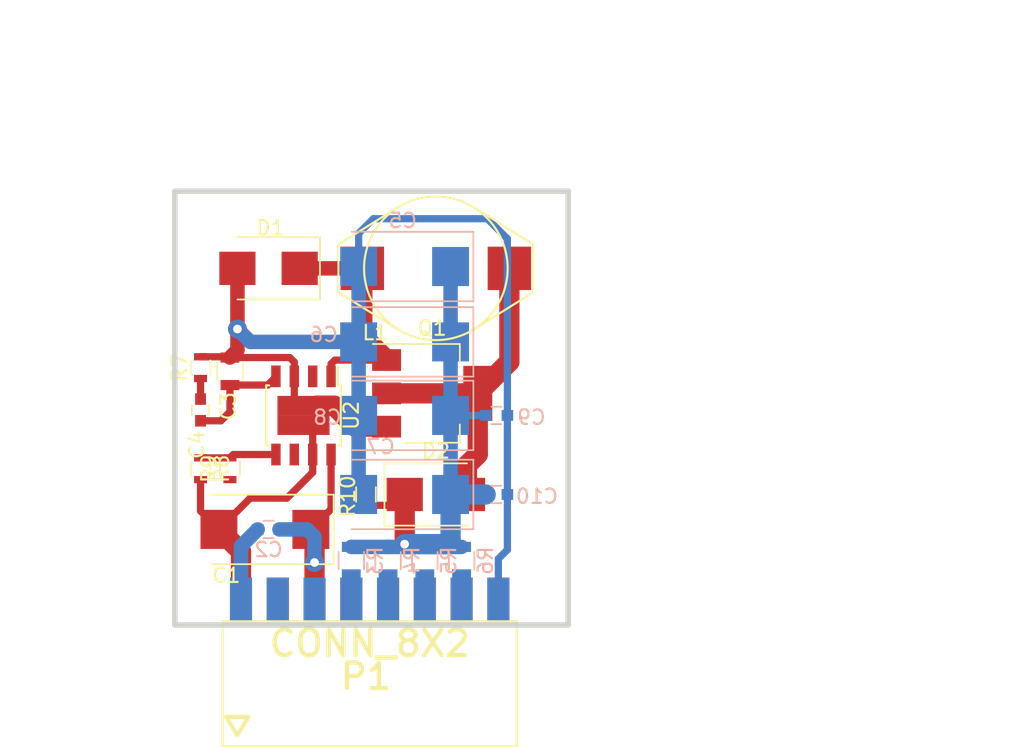
<source format=kicad_pcb>
(kicad_pcb (version 4) (host pcbnew 4.0.6)

  (general
    (links 57)
    (no_connects 1)
    (area 140.779499 86.423499 168.338501 116.776501)
    (thickness 1.6002)
    (drawings 14)
    (tracks 100)
    (zones 0)
    (modules 24)
    (nets 18)
  )

  (page A4)
  (title_block
    (title "Power Module")
    (date 2017-10-01)
    (rev "V 0.20")
    (company F4DEB)
  )

  (layers
    (0 Composant signal)
    (31 Cuivre signal)
    (32 B.Adhes user)
    (33 F.Adhes user)
    (34 B.Paste user)
    (35 F.Paste user)
    (36 B.SilkS user)
    (37 F.SilkS user)
    (38 B.Mask user)
    (39 F.Mask user)
    (40 Dwgs.User user)
    (41 Cmts.User user)
    (42 Eco1.User user)
    (43 Eco2.User user)
    (44 Edge.Cuts user)
  )

  (setup
    (last_trace_width 0.5)
    (user_trace_width 0.29972)
    (user_trace_width 0.35052)
    (user_trace_width 0.39878)
    (user_trace_width 0.5)
    (user_trace_width 1.00076)
    (user_trace_width 1.4)
    (user_trace_width 1.99898)
    (user_trace_width 2.99974)
    (trace_clearance 0.20066)
    (zone_clearance 1)
    (zone_45_only no)
    (trace_min 0.2032)
    (segment_width 0.381)
    (edge_width 0.381)
    (via_size 1.30048)
    (via_drill 0.59944)
    (via_min_size 0.889)
    (via_min_drill 0.508)
    (user_via 1.30048 0.59944)
    (uvia_size 0.508)
    (uvia_drill 0.127)
    (uvias_allowed no)
    (uvia_min_size 0.508)
    (uvia_min_drill 0.127)
    (pcb_text_width 0.3048)
    (pcb_text_size 1.524 2.032)
    (mod_edge_width 0.381)
    (mod_text_size 1.524 1.524)
    (mod_text_width 0.3048)
    (pad_size 1.35 1.8)
    (pad_drill 0)
    (pad_to_mask_clearance 0.254)
    (aux_axis_origin 0 0)
    (visible_elements 7FFEFFFF)
    (pcbplotparams
      (layerselection 0x01030_80000001)
      (usegerberextensions false)
      (excludeedgelayer true)
      (linewidth 0.150000)
      (plotframeref true)
      (viasonmask false)
      (mode 1)
      (useauxorigin false)
      (hpglpennumber 1)
      (hpglpenspeed 20)
      (hpglpendiameter 15)
      (hpglpenoverlay 0)
      (psnegative false)
      (psa4output false)
      (plotreference true)
      (plotvalue true)
      (plotinvisibletext false)
      (padsonsilk false)
      (subtractmaskfromsilk false)
      (outputformat 5)
      (mirror false)
      (drillshape 0)
      (scaleselection 1)
      (outputdirectory ""))
  )

  (net 0 "")
  (net 1 GND)
  (net 2 +3V3)
  (net 3 +5VA)
  (net 4 +BATT)
  (net 5 +12V)
  (net 6 +5V)
  (net 7 /RA)
  (net 8 /RD)
  (net 9 "Net-(C3-Pad1)")
  (net 10 "Net-(C4-Pad2)")
  (net 11 "Net-(C10-Pad1)")
  (net 12 "Net-(D1-Pad1)")
  (net 13 "Net-(D2-Pad2)")
  (net 14 "Net-(R8-Pad1)")
  (net 15 "Net-(R10-Pad2)")
  (net 16 "Net-(U2-Pad2)")
  (net 17 "Net-(U2-Pad6)")

  (net_class Default "Ceci est la Netclass par défaut"
    (clearance 0.20066)
    (trace_width 0.2032)
    (via_dia 1.30048)
    (via_drill 0.59944)
    (uvia_dia 0.508)
    (uvia_drill 0.127)
    (add_net +12V)
    (add_net +3V3)
    (add_net +5V)
    (add_net +5VA)
    (add_net +BATT)
    (add_net /RA)
    (add_net /RD)
    (add_net GND)
    (add_net "Net-(C10-Pad1)")
    (add_net "Net-(C3-Pad1)")
    (add_net "Net-(C4-Pad2)")
    (add_net "Net-(D1-Pad1)")
    (add_net "Net-(D2-Pad2)")
    (add_net "Net-(R10-Pad2)")
    (add_net "Net-(R8-Pad1)")
    (add_net "Net-(U2-Pad2)")
    (add_net "Net-(U2-Pad6)")
  )

  (module Capacitors_Tantalum_SMD:CP_Tantalum_Case-D_EIA-7343-31_Reflow (layer Cuivre) (tedit 5A036643) (tstamp 5A020E51)
    (at 156.845 107.569 180)
    (descr "Tantalum capacitor, Case D, EIA 7343-31, 7.3x4.3x2.8mm, Reflow soldering footprint")
    (tags "capacitor tantalum smd")
    (path /5A0123DC)
    (attr smd)
    (fp_text reference C7 (at 1.651 3.302 180) (layer B.SilkS)
      (effects (font (size 1 1) (thickness 0.15)) (justify mirror))
    )
    (fp_text value 22µ/35V (at 0 -3.9 180) (layer B.Fab)
      (effects (font (size 1 1) (thickness 0.15)) (justify mirror))
    )
    (fp_text user %R (at 0 0 180) (layer B.Fab)
      (effects (font (size 1 1) (thickness 0.15)) (justify mirror))
    )
    (fp_line (start -4.85 2.5) (end -4.85 -2.5) (layer B.CrtYd) (width 0.05))
    (fp_line (start -4.85 -2.5) (end 4.85 -2.5) (layer B.CrtYd) (width 0.05))
    (fp_line (start 4.85 -2.5) (end 4.85 2.5) (layer B.CrtYd) (width 0.05))
    (fp_line (start 4.85 2.5) (end -4.85 2.5) (layer B.CrtYd) (width 0.05))
    (fp_line (start -3.65 2.15) (end -3.65 -2.15) (layer B.Fab) (width 0.1))
    (fp_line (start -3.65 -2.15) (end 3.65 -2.15) (layer B.Fab) (width 0.1))
    (fp_line (start 3.65 -2.15) (end 3.65 2.15) (layer B.Fab) (width 0.1))
    (fp_line (start 3.65 2.15) (end -3.65 2.15) (layer B.Fab) (width 0.1))
    (fp_line (start -2.92 2.15) (end -2.92 -2.15) (layer B.Fab) (width 0.1))
    (fp_line (start -2.555 2.15) (end -2.555 -2.15) (layer B.Fab) (width 0.1))
    (fp_line (start -4.75 2.4) (end 3.65 2.4) (layer B.SilkS) (width 0.12))
    (fp_line (start -4.75 -2.4) (end 3.65 -2.4) (layer B.SilkS) (width 0.12))
    (fp_line (start -4.75 2.4) (end -4.75 -2.4) (layer B.SilkS) (width 0.12))
    (pad 1 smd rect (at -3.175 0 180) (size 2.55 2.7) (layers Cuivre B.Paste B.Mask)
      (net 11 "Net-(C10-Pad1)"))
    (pad 2 smd rect (at 3.175 0 180) (size 2.55 2.7) (layers Cuivre B.Paste B.Mask)
      (net 1 GND))
    (model Capacitors_Tantalum_SMD.3dshapes/CP_Tantalum_Case-D_EIA-7343-31.wrl
      (at (xyz 0 0 0))
      (scale (xyz 1 1 1))
      (rotate (xyz 0 0 0))
    )
  )

  (module TO_SOT_Packages_SMD:SOT-223 (layer Composant) (tedit 5A319F1C) (tstamp 5A020EC5)
    (at 158.75 100.584)
    (descr "module CMS SOT223 4 pins")
    (tags "CMS SOT")
    (path /5A010E65)
    (attr smd)
    (fp_text reference Q1 (at 0 -4.5) (layer F.SilkS)
      (effects (font (size 1 1) (thickness 0.15)))
    )
    (fp_text value IRLL3303 (at 0 4.5) (layer F.Fab)
      (effects (font (size 1 1) (thickness 0.15)))
    )
    (fp_text user %R (at 0 0 90) (layer F.Fab)
      (effects (font (size 0.8 0.8) (thickness 0.12)))
    )
    (fp_line (start -1.85 -2.3) (end -0.8 -3.35) (layer F.Fab) (width 0.1))
    (fp_line (start 1.91 3.41) (end 1.91 2.15) (layer F.SilkS) (width 0.12))
    (fp_line (start 1.91 -3.41) (end 1.91 -2.15) (layer F.SilkS) (width 0.12))
    (fp_line (start 4.4 -3.6) (end -4.4 -3.6) (layer F.CrtYd) (width 0.05))
    (fp_line (start 4.4 3.6) (end 4.4 -3.6) (layer F.CrtYd) (width 0.05))
    (fp_line (start -4.4 3.6) (end 4.4 3.6) (layer F.CrtYd) (width 0.05))
    (fp_line (start -4.4 -3.6) (end -4.4 3.6) (layer F.CrtYd) (width 0.05))
    (fp_line (start -1.85 -2.3) (end -1.85 3.35) (layer F.Fab) (width 0.1))
    (fp_line (start -1.85 3.41) (end 1.91 3.41) (layer F.SilkS) (width 0.12))
    (fp_line (start -0.8 -3.35) (end 1.85 -3.35) (layer F.Fab) (width 0.1))
    (fp_line (start -4.1 -3.41) (end 1.91 -3.41) (layer F.SilkS) (width 0.12))
    (fp_line (start -1.85 3.35) (end 1.85 3.35) (layer F.Fab) (width 0.1))
    (fp_line (start 1.85 -3.35) (end 1.85 3.35) (layer F.Fab) (width 0.1))
    (pad 4 smd rect (at 3.15 0) (size 2 3.8) (layers Composant F.Paste F.Mask)
      (net 13 "Net-(D2-Pad2)"))
    (pad 2 smd rect (at -3.15 0) (size 2 1.5) (layers Composant F.Paste F.Mask)
      (net 13 "Net-(D2-Pad2)"))
    (pad 3 smd rect (at -3.15 2.3) (size 2 1.5) (layers Composant F.Paste F.Mask)
      (net 1 GND))
    (pad 1 smd rect (at -3.15 -2.3) (size 2 1.5) (layers Composant F.Paste F.Mask)
      (net 12 "Net-(D1-Pad1)"))
    (model ${KISYS3DMOD}/TO_SOT_Packages_SMD.3dshapes/SOT-223.wrl
      (at (xyz 0 0 0))
      (scale (xyz 0.4 0.4 0.4))
      (rotate (xyz 0 0 90))
    )
  )

  (module f4deb-mod-library:HE10-16-F-2 (layer Composant) (tedit 59D14F67) (tstamp 59D172B0)
    (at 163.322 114.808 180)
    (descr "CONNECTEUR FEMELLE 2.54MM COUDE 16 VOIES")
    (tags "CONN HE10")
    (path /59C9573E)
    (fp_text reference P1 (at 9.144 -5.334 180) (layer F.SilkS)
      (effects (font (size 1.778 1.778) (thickness 0.3048)))
    )
    (fp_text value CONN_8X2 (at 8.89 -3.048 180) (layer F.SilkS)
      (effects (font (size 1.778 1.778) (thickness 0.3048)))
    )
    (fp_line (start -1.27 -1.524) (end -1.27 -10.16) (layer F.SilkS) (width 0.15))
    (fp_line (start -1.27 -10.16) (end 19.05 -10.16) (layer F.SilkS) (width 0.15))
    (fp_line (start 19.05 -10.16) (end 19.05 -1.524) (layer F.SilkS) (width 0.15))
    (fp_line (start -1.27 -1.524) (end 19.05 -1.524) (layer F.SilkS) (width 0.15))
    (fp_line (start 18.034 -9.398) (end 18.796 -8.128) (layer F.SilkS) (width 0.3048))
    (fp_line (start 18.796 -8.128) (end 17.272 -8.128) (layer F.SilkS) (width 0.3048))
    (fp_line (start 17.272 -8.128) (end 18.034 -9.398) (layer F.SilkS) (width 0.3048))
    (pad 1 smd rect (at 17.78 0 180) (size 1.524 3) (layers Composant F.Paste F.Mask)
      (net 1 GND))
    (pad 3 smd rect (at 15.24 0 180) (size 1.524 3) (layers Composant F.Paste F.Mask)
      (net 7 /RA))
    (pad 5 smd rect (at 12.7 0 180) (size 1.524 3) (layers Composant F.Paste F.Mask)
      (net 4 +BATT))
    (pad 9 smd rect (at 7.62 0 180) (size 1.524 3) (layers Composant F.Paste F.Mask)
      (net 3 +5VA))
    (pad 11 smd rect (at 5.08 0 180) (size 1.524 3) (layers Composant F.Paste F.Mask)
      (net 6 +5V))
    (pad 7 smd rect (at 10.16 0 180) (size 1.524 3) (layers Composant F.Paste F.Mask)
      (net 5 +12V))
    (pad 13 smd rect (at 2.54 0 180) (size 1.524 3) (layers Composant F.Paste F.Mask)
      (net 2 +3V3))
    (pad 15 smd rect (at 0 0 180) (size 1.524 3) (layers Composant F.Paste F.Mask)
      (net 1 GND))
    (pad 16 smd rect (at 0 0 180) (size 1.524 3) (layers Cuivre F.Paste F.Mask)
      (net 1 GND))
    (pad 14 smd rect (at 2.54 0 180) (size 1.524 3) (layers Cuivre F.Paste F.Mask)
      (net 2 +3V3))
    (pad 12 smd rect (at 5.08 0 180) (size 1.524 3) (layers Cuivre F.Paste F.Mask)
      (net 6 +5V))
    (pad 10 smd rect (at 7.62 0 180) (size 1.524 3) (layers Cuivre F.Paste F.Mask)
      (net 3 +5VA))
    (pad 8 smd rect (at 10.16 0 180) (size 1.524 3) (layers Cuivre F.Paste F.Mask)
      (net 5 +12V))
    (pad 6 smd rect (at 12.7 0 180) (size 1.524 3) (layers Cuivre F.Paste F.Mask)
      (net 4 +BATT))
    (pad 4 smd rect (at 15.24 0 180) (size 1.524 3) (layers Cuivre F.Paste F.Mask)
      (net 8 /RD))
    (pad 2 smd rect (at 17.78 0 180) (size 1.524 3) (layers Cuivre F.Paste F.Mask)
      (net 1 GND))
    (model pin_strip/pin_socket_8x2.wrl
      (at (xyz 0.35 0.05 -0.05))
      (scale (xyz 1 1 1))
      (rotate (xyz 90 0 0))
    )
  )

  (module Capacitors_Tantalum_SMD:CP_Tantalum_Case-D_EIA-7343-31_Reflow (layer Composant) (tedit 5A0366C3) (tstamp 5A020DE2)
    (at 147.193 109.982 180)
    (descr "Tantalum capacitor, Case D, EIA 7343-31, 7.3x4.3x2.8mm, Reflow soldering footprint")
    (tags "capacitor tantalum smd")
    (path /5A0102AB)
    (attr smd)
    (fp_text reference C1 (at 2.667 -3.175 180) (layer F.SilkS)
      (effects (font (size 1 1) (thickness 0.15)))
    )
    (fp_text value 47µ/16V (at 0 3.9 180) (layer F.Fab)
      (effects (font (size 1 1) (thickness 0.15)))
    )
    (fp_text user %R (at 0 0 180) (layer F.Fab)
      (effects (font (size 1 1) (thickness 0.15)))
    )
    (fp_line (start -4.85 -2.5) (end -4.85 2.5) (layer F.CrtYd) (width 0.05))
    (fp_line (start -4.85 2.5) (end 4.85 2.5) (layer F.CrtYd) (width 0.05))
    (fp_line (start 4.85 2.5) (end 4.85 -2.5) (layer F.CrtYd) (width 0.05))
    (fp_line (start 4.85 -2.5) (end -4.85 -2.5) (layer F.CrtYd) (width 0.05))
    (fp_line (start -3.65 -2.15) (end -3.65 2.15) (layer F.Fab) (width 0.1))
    (fp_line (start -3.65 2.15) (end 3.65 2.15) (layer F.Fab) (width 0.1))
    (fp_line (start 3.65 2.15) (end 3.65 -2.15) (layer F.Fab) (width 0.1))
    (fp_line (start 3.65 -2.15) (end -3.65 -2.15) (layer F.Fab) (width 0.1))
    (fp_line (start -2.92 -2.15) (end -2.92 2.15) (layer F.Fab) (width 0.1))
    (fp_line (start -2.555 -2.15) (end -2.555 2.15) (layer F.Fab) (width 0.1))
    (fp_line (start -4.75 -2.4) (end 3.65 -2.4) (layer F.SilkS) (width 0.12))
    (fp_line (start -4.75 2.4) (end 3.65 2.4) (layer F.SilkS) (width 0.12))
    (fp_line (start -4.75 -2.4) (end -4.75 2.4) (layer F.SilkS) (width 0.12))
    (pad 1 smd rect (at -3.175 0 180) (size 2.55 2.7) (layers Composant F.Paste F.Mask)
      (net 4 +BATT))
    (pad 2 smd rect (at 3.175 0 180) (size 2.55 2.7) (layers Composant F.Paste F.Mask)
      (net 1 GND))
    (model Capacitors_Tantalum_SMD.3dshapes/CP_Tantalum_Case-D_EIA-7343-31.wrl
      (at (xyz 0 0 0))
      (scale (xyz 1 1 1))
      (rotate (xyz 0 0 0))
    )
  )

  (module Capacitors_SMD:C_0603 (layer Cuivre) (tedit 5A0366BA) (tstamp 5A020DF3)
    (at 147.447 109.982 180)
    (descr "Capacitor SMD 0603, reflow soldering, AVX (see smccp.pdf)")
    (tags "capacitor 0603")
    (path /5A010392)
    (attr smd)
    (fp_text reference C2 (at 0 -1.397 180) (layer B.SilkS)
      (effects (font (size 1 1) (thickness 0.15)) (justify mirror))
    )
    (fp_text value 47n (at 0 -1.5 180) (layer B.Fab)
      (effects (font (size 1 1) (thickness 0.15)) (justify mirror))
    )
    (fp_line (start 1.4 -0.65) (end -1.4 -0.65) (layer B.CrtYd) (width 0.05))
    (fp_line (start 1.4 -0.65) (end 1.4 0.65) (layer B.CrtYd) (width 0.05))
    (fp_line (start -1.4 0.65) (end -1.4 -0.65) (layer B.CrtYd) (width 0.05))
    (fp_line (start -1.4 0.65) (end 1.4 0.65) (layer B.CrtYd) (width 0.05))
    (fp_line (start 0.35 -0.6) (end -0.35 -0.6) (layer B.SilkS) (width 0.12))
    (fp_line (start -0.35 0.6) (end 0.35 0.6) (layer B.SilkS) (width 0.12))
    (fp_line (start -0.8 0.4) (end 0.8 0.4) (layer B.Fab) (width 0.1))
    (fp_line (start 0.8 0.4) (end 0.8 -0.4) (layer B.Fab) (width 0.1))
    (fp_line (start 0.8 -0.4) (end -0.8 -0.4) (layer B.Fab) (width 0.1))
    (fp_line (start -0.8 -0.4) (end -0.8 0.4) (layer B.Fab) (width 0.1))
    (fp_text user %R (at 0 0 180) (layer B.Fab)
      (effects (font (size 0.3 0.3) (thickness 0.075)) (justify mirror))
    )
    (pad 2 smd rect (at 0.75 0 180) (size 0.8 0.75) (layers Cuivre B.Paste B.Mask)
      (net 1 GND))
    (pad 1 smd rect (at -0.75 0 180) (size 0.8 0.75) (layers Cuivre B.Paste B.Mask)
      (net 4 +BATT))
    (model Capacitors_SMD.3dshapes/C_0603.wrl
      (at (xyz 0 0 0))
      (scale (xyz 1 1 1))
      (rotate (xyz 0 0 0))
    )
  )

  (module Capacitors_SMD:C_0603 (layer Composant) (tedit 5A0366FE) (tstamp 5A020E15)
    (at 142.748 101.727 90)
    (descr "Capacitor SMD 0603, reflow soldering, AVX (see smccp.pdf)")
    (tags "capacitor 0603")
    (path /5A0104D1)
    (attr smd)
    (fp_text reference C4 (at -2.413 -0.254 90) (layer F.SilkS)
      (effects (font (size 1 1) (thickness 0.15)))
    )
    (fp_text value 22n (at 0 1.5 90) (layer F.Fab)
      (effects (font (size 1 1) (thickness 0.15)))
    )
    (fp_line (start 1.4 0.65) (end -1.4 0.65) (layer F.CrtYd) (width 0.05))
    (fp_line (start 1.4 0.65) (end 1.4 -0.65) (layer F.CrtYd) (width 0.05))
    (fp_line (start -1.4 -0.65) (end -1.4 0.65) (layer F.CrtYd) (width 0.05))
    (fp_line (start -1.4 -0.65) (end 1.4 -0.65) (layer F.CrtYd) (width 0.05))
    (fp_line (start 0.35 0.6) (end -0.35 0.6) (layer F.SilkS) (width 0.12))
    (fp_line (start -0.35 -0.6) (end 0.35 -0.6) (layer F.SilkS) (width 0.12))
    (fp_line (start -0.8 -0.4) (end 0.8 -0.4) (layer F.Fab) (width 0.1))
    (fp_line (start 0.8 -0.4) (end 0.8 0.4) (layer F.Fab) (width 0.1))
    (fp_line (start 0.8 0.4) (end -0.8 0.4) (layer F.Fab) (width 0.1))
    (fp_line (start -0.8 0.4) (end -0.8 -0.4) (layer F.Fab) (width 0.1))
    (fp_text user %R (at 0 0 90) (layer F.Fab)
      (effects (font (size 0.3 0.3) (thickness 0.075)))
    )
    (pad 2 smd rect (at 0.75 0 90) (size 0.8 0.75) (layers Composant F.Paste F.Mask)
      (net 10 "Net-(C4-Pad2)"))
    (pad 1 smd rect (at -0.75 0 90) (size 0.8 0.75) (layers Composant F.Paste F.Mask)
      (net 9 "Net-(C3-Pad1)"))
    (model Capacitors_SMD.3dshapes/C_0603.wrl
      (at (xyz 0 0 0))
      (scale (xyz 1 1 1))
      (rotate (xyz 0 0 0))
    )
  )

  (module Capacitors_Tantalum_SMD:CP_Tantalum_Case-D_EIA-7343-31_Reflow (layer Cuivre) (tedit 5A061548) (tstamp 5A020E29)
    (at 156.845 91.821 180)
    (descr "Tantalum capacitor, Case D, EIA 7343-31, 7.3x4.3x2.8mm, Reflow soldering footprint")
    (tags "capacitor tantalum smd")
    (path /5A01141F)
    (attr smd)
    (fp_text reference C5 (at 0.127 3.175 180) (layer B.SilkS)
      (effects (font (size 1 1) (thickness 0.15)) (justify mirror))
    )
    (fp_text value 100µ/16V (at 0 -3.9 180) (layer B.Fab)
      (effects (font (size 1 1) (thickness 0.15)) (justify mirror))
    )
    (fp_text user %R (at 0 0 180) (layer B.Fab)
      (effects (font (size 1 1) (thickness 0.15)) (justify mirror))
    )
    (fp_line (start -4.85 2.5) (end -4.85 -2.5) (layer B.CrtYd) (width 0.05))
    (fp_line (start -4.85 -2.5) (end 4.85 -2.5) (layer B.CrtYd) (width 0.05))
    (fp_line (start 4.85 -2.5) (end 4.85 2.5) (layer B.CrtYd) (width 0.05))
    (fp_line (start 4.85 2.5) (end -4.85 2.5) (layer B.CrtYd) (width 0.05))
    (fp_line (start -3.65 2.15) (end -3.65 -2.15) (layer B.Fab) (width 0.1))
    (fp_line (start -3.65 -2.15) (end 3.65 -2.15) (layer B.Fab) (width 0.1))
    (fp_line (start 3.65 -2.15) (end 3.65 2.15) (layer B.Fab) (width 0.1))
    (fp_line (start 3.65 2.15) (end -3.65 2.15) (layer B.Fab) (width 0.1))
    (fp_line (start -2.92 2.15) (end -2.92 -2.15) (layer B.Fab) (width 0.1))
    (fp_line (start -2.555 2.15) (end -2.555 -2.15) (layer B.Fab) (width 0.1))
    (fp_line (start -4.75 2.4) (end 3.65 2.4) (layer B.SilkS) (width 0.12))
    (fp_line (start -4.75 -2.4) (end 3.65 -2.4) (layer B.SilkS) (width 0.12))
    (fp_line (start -4.75 2.4) (end -4.75 -2.4) (layer B.SilkS) (width 0.12))
    (pad 1 smd rect (at -3.175 0 180) (size 2.55 2.7) (layers Cuivre B.Paste B.Mask)
      (net 11 "Net-(C10-Pad1)"))
    (pad 2 smd rect (at 3.175 0 180) (size 2.55 2.7) (layers Cuivre B.Paste B.Mask)
      (net 1 GND))
    (model Capacitors_Tantalum_SMD.3dshapes/CP_Tantalum_Case-D_EIA-7343-31.wrl
      (at (xyz 0 0 0))
      (scale (xyz 1 1 1))
      (rotate (xyz 0 0 0))
    )
  )

  (module Capacitors_Tantalum_SMD:CP_Tantalum_Case-D_EIA-7343-31_Reflow (layer Cuivre) (tedit 5A061569) (tstamp 5A020E3D)
    (at 156.845 97.028 180)
    (descr "Tantalum capacitor, Case D, EIA 7343-31, 7.3x4.3x2.8mm, Reflow soldering footprint")
    (tags "capacitor tantalum smd")
    (path /5A01224A)
    (attr smd)
    (fp_text reference C6 (at 5.588 0.508 180) (layer B.SilkS)
      (effects (font (size 1 1) (thickness 0.15)) (justify mirror))
    )
    (fp_text value 22µ/35V (at 0 -3.9 180) (layer B.Fab)
      (effects (font (size 1 1) (thickness 0.15)) (justify mirror))
    )
    (fp_text user %R (at 0 0 180) (layer B.Fab)
      (effects (font (size 1 1) (thickness 0.15)) (justify mirror))
    )
    (fp_line (start -4.85 2.5) (end -4.85 -2.5) (layer B.CrtYd) (width 0.05))
    (fp_line (start -4.85 -2.5) (end 4.85 -2.5) (layer B.CrtYd) (width 0.05))
    (fp_line (start 4.85 -2.5) (end 4.85 2.5) (layer B.CrtYd) (width 0.05))
    (fp_line (start 4.85 2.5) (end -4.85 2.5) (layer B.CrtYd) (width 0.05))
    (fp_line (start -3.65 2.15) (end -3.65 -2.15) (layer B.Fab) (width 0.1))
    (fp_line (start -3.65 -2.15) (end 3.65 -2.15) (layer B.Fab) (width 0.1))
    (fp_line (start 3.65 -2.15) (end 3.65 2.15) (layer B.Fab) (width 0.1))
    (fp_line (start 3.65 2.15) (end -3.65 2.15) (layer B.Fab) (width 0.1))
    (fp_line (start -2.92 2.15) (end -2.92 -2.15) (layer B.Fab) (width 0.1))
    (fp_line (start -2.555 2.15) (end -2.555 -2.15) (layer B.Fab) (width 0.1))
    (fp_line (start -4.75 2.4) (end 3.65 2.4) (layer B.SilkS) (width 0.12))
    (fp_line (start -4.75 -2.4) (end 3.65 -2.4) (layer B.SilkS) (width 0.12))
    (fp_line (start -4.75 2.4) (end -4.75 -2.4) (layer B.SilkS) (width 0.12))
    (pad 1 smd rect (at -3.175 0 180) (size 2.55 2.7) (layers Cuivre B.Paste B.Mask)
      (net 11 "Net-(C10-Pad1)"))
    (pad 2 smd rect (at 3.175 0 180) (size 2.55 2.7) (layers Cuivre B.Paste B.Mask)
      (net 1 GND))
    (model Capacitors_Tantalum_SMD.3dshapes/CP_Tantalum_Case-D_EIA-7343-31.wrl
      (at (xyz 0 0 0))
      (scale (xyz 1 1 1))
      (rotate (xyz 0 0 0))
    )
  )

  (module Capacitors_Tantalum_SMD:CP_Tantalum_Case-D_EIA-7343-31_Reflow (layer Cuivre) (tedit 5A061561) (tstamp 5A020E65)
    (at 156.845 102.108 180)
    (descr "Tantalum capacitor, Case D, EIA 7343-31, 7.3x4.3x2.8mm, Reflow soldering footprint")
    (tags "capacitor tantalum smd")
    (path /5A0125A7)
    (attr smd)
    (fp_text reference C8 (at 5.334 -0.127 180) (layer B.SilkS)
      (effects (font (size 1 1) (thickness 0.15)) (justify mirror))
    )
    (fp_text value 22µ/35V (at 0 -3.9 180) (layer B.Fab)
      (effects (font (size 1 1) (thickness 0.15)) (justify mirror))
    )
    (fp_text user %R (at 0 0 180) (layer B.Fab)
      (effects (font (size 1 1) (thickness 0.15)) (justify mirror))
    )
    (fp_line (start -4.85 2.5) (end -4.85 -2.5) (layer B.CrtYd) (width 0.05))
    (fp_line (start -4.85 -2.5) (end 4.85 -2.5) (layer B.CrtYd) (width 0.05))
    (fp_line (start 4.85 -2.5) (end 4.85 2.5) (layer B.CrtYd) (width 0.05))
    (fp_line (start 4.85 2.5) (end -4.85 2.5) (layer B.CrtYd) (width 0.05))
    (fp_line (start -3.65 2.15) (end -3.65 -2.15) (layer B.Fab) (width 0.1))
    (fp_line (start -3.65 -2.15) (end 3.65 -2.15) (layer B.Fab) (width 0.1))
    (fp_line (start 3.65 -2.15) (end 3.65 2.15) (layer B.Fab) (width 0.1))
    (fp_line (start 3.65 2.15) (end -3.65 2.15) (layer B.Fab) (width 0.1))
    (fp_line (start -2.92 2.15) (end -2.92 -2.15) (layer B.Fab) (width 0.1))
    (fp_line (start -2.555 2.15) (end -2.555 -2.15) (layer B.Fab) (width 0.1))
    (fp_line (start -4.75 2.4) (end 3.65 2.4) (layer B.SilkS) (width 0.12))
    (fp_line (start -4.75 -2.4) (end 3.65 -2.4) (layer B.SilkS) (width 0.12))
    (fp_line (start -4.75 2.4) (end -4.75 -2.4) (layer B.SilkS) (width 0.12))
    (pad 1 smd rect (at -3.175 0 180) (size 2.55 2.7) (layers Cuivre B.Paste B.Mask)
      (net 11 "Net-(C10-Pad1)"))
    (pad 2 smd rect (at 3.175 0 180) (size 2.55 2.7) (layers Cuivre B.Paste B.Mask)
      (net 1 GND))
    (model Capacitors_Tantalum_SMD.3dshapes/CP_Tantalum_Case-D_EIA-7343-31.wrl
      (at (xyz 0 0 0))
      (scale (xyz 1 1 1))
      (rotate (xyz 0 0 0))
    )
  )

  (module Capacitors_SMD:C_0603 (layer Cuivre) (tedit 5A03664A) (tstamp 5A020E76)
    (at 163.195 102.108)
    (descr "Capacitor SMD 0603, reflow soldering, AVX (see smccp.pdf)")
    (tags "capacitor 0603")
    (path /5A01247C)
    (attr smd)
    (fp_text reference C9 (at 2.413 0.127) (layer B.SilkS)
      (effects (font (size 1 1) (thickness 0.15)) (justify mirror))
    )
    (fp_text value 100n (at 0 -1.5) (layer B.Fab)
      (effects (font (size 1 1) (thickness 0.15)) (justify mirror))
    )
    (fp_line (start 1.4 -0.65) (end -1.4 -0.65) (layer B.CrtYd) (width 0.05))
    (fp_line (start 1.4 -0.65) (end 1.4 0.65) (layer B.CrtYd) (width 0.05))
    (fp_line (start -1.4 0.65) (end -1.4 -0.65) (layer B.CrtYd) (width 0.05))
    (fp_line (start -1.4 0.65) (end 1.4 0.65) (layer B.CrtYd) (width 0.05))
    (fp_line (start 0.35 -0.6) (end -0.35 -0.6) (layer B.SilkS) (width 0.12))
    (fp_line (start -0.35 0.6) (end 0.35 0.6) (layer B.SilkS) (width 0.12))
    (fp_line (start -0.8 0.4) (end 0.8 0.4) (layer B.Fab) (width 0.1))
    (fp_line (start 0.8 0.4) (end 0.8 -0.4) (layer B.Fab) (width 0.1))
    (fp_line (start 0.8 -0.4) (end -0.8 -0.4) (layer B.Fab) (width 0.1))
    (fp_line (start -0.8 -0.4) (end -0.8 0.4) (layer B.Fab) (width 0.1))
    (fp_text user %R (at 0 0) (layer B.Fab)
      (effects (font (size 0.3 0.3) (thickness 0.075)) (justify mirror))
    )
    (pad 2 smd rect (at 0.75 0) (size 0.8 0.75) (layers Cuivre B.Paste B.Mask)
      (net 1 GND))
    (pad 1 smd rect (at -0.75 0) (size 0.8 0.75) (layers Cuivre B.Paste B.Mask)
      (net 11 "Net-(C10-Pad1)"))
    (model Capacitors_SMD.3dshapes/C_0603.wrl
      (at (xyz 0 0 0))
      (scale (xyz 1 1 1))
      (rotate (xyz 0 0 0))
    )
  )

  (module Capacitors_SMD:C_0603 (layer Cuivre) (tedit 5A03665E) (tstamp 5A020E87)
    (at 163.195 107.569)
    (descr "Capacitor SMD 0603, reflow soldering, AVX (see smccp.pdf)")
    (tags "capacitor 0603")
    (path /5A012423)
    (attr smd)
    (fp_text reference C10 (at 2.794 0.127) (layer B.SilkS)
      (effects (font (size 1 1) (thickness 0.15)) (justify mirror))
    )
    (fp_text value 100n (at 0 -1.5) (layer B.Fab)
      (effects (font (size 1 1) (thickness 0.15)) (justify mirror))
    )
    (fp_line (start 1.4 -0.65) (end -1.4 -0.65) (layer B.CrtYd) (width 0.05))
    (fp_line (start 1.4 -0.65) (end 1.4 0.65) (layer B.CrtYd) (width 0.05))
    (fp_line (start -1.4 0.65) (end -1.4 -0.65) (layer B.CrtYd) (width 0.05))
    (fp_line (start -1.4 0.65) (end 1.4 0.65) (layer B.CrtYd) (width 0.05))
    (fp_line (start 0.35 -0.6) (end -0.35 -0.6) (layer B.SilkS) (width 0.12))
    (fp_line (start -0.35 0.6) (end 0.35 0.6) (layer B.SilkS) (width 0.12))
    (fp_line (start -0.8 0.4) (end 0.8 0.4) (layer B.Fab) (width 0.1))
    (fp_line (start 0.8 0.4) (end 0.8 -0.4) (layer B.Fab) (width 0.1))
    (fp_line (start 0.8 -0.4) (end -0.8 -0.4) (layer B.Fab) (width 0.1))
    (fp_line (start -0.8 -0.4) (end -0.8 0.4) (layer B.Fab) (width 0.1))
    (fp_text user %R (at 0 0) (layer B.Fab)
      (effects (font (size 0.3 0.3) (thickness 0.075)) (justify mirror))
    )
    (pad 2 smd rect (at 0.75 0) (size 0.8 0.75) (layers Cuivre B.Paste B.Mask)
      (net 1 GND))
    (pad 1 smd rect (at -0.75 0) (size 0.8 0.75) (layers Cuivre B.Paste B.Mask)
      (net 11 "Net-(C10-Pad1)"))
    (model Capacitors_SMD.3dshapes/C_0603.wrl
      (at (xyz 0 0 0))
      (scale (xyz 1 1 1))
      (rotate (xyz 0 0 0))
    )
  )

  (module Diodes_SMD:D_SMB (layer Composant) (tedit 5A0366AF) (tstamp 5A020E9F)
    (at 147.447 91.948 180)
    (descr "Diode SMB (DO-214AA)")
    (tags "Diode SMB (DO-214AA)")
    (path /5A010D7C)
    (attr smd)
    (fp_text reference D1 (at -0.127 2.794 180) (layer F.SilkS)
      (effects (font (size 1 1) (thickness 0.15)))
    )
    (fp_text value MBRS130LT3G (at 0 3.1 180) (layer F.Fab)
      (effects (font (size 1 1) (thickness 0.15)))
    )
    (fp_text user %R (at 0 -3 180) (layer F.Fab)
      (effects (font (size 1 1) (thickness 0.15)))
    )
    (fp_line (start -3.55 -2.15) (end -3.55 2.15) (layer F.SilkS) (width 0.12))
    (fp_line (start 2.3 2) (end -2.3 2) (layer F.Fab) (width 0.1))
    (fp_line (start -2.3 2) (end -2.3 -2) (layer F.Fab) (width 0.1))
    (fp_line (start 2.3 -2) (end 2.3 2) (layer F.Fab) (width 0.1))
    (fp_line (start 2.3 -2) (end -2.3 -2) (layer F.Fab) (width 0.1))
    (fp_line (start -3.65 -2.25) (end 3.65 -2.25) (layer F.CrtYd) (width 0.05))
    (fp_line (start 3.65 -2.25) (end 3.65 2.25) (layer F.CrtYd) (width 0.05))
    (fp_line (start 3.65 2.25) (end -3.65 2.25) (layer F.CrtYd) (width 0.05))
    (fp_line (start -3.65 2.25) (end -3.65 -2.25) (layer F.CrtYd) (width 0.05))
    (fp_line (start -0.64944 0.00102) (end -1.55114 0.00102) (layer F.Fab) (width 0.1))
    (fp_line (start 0.50118 0.00102) (end 1.4994 0.00102) (layer F.Fab) (width 0.1))
    (fp_line (start -0.64944 -0.79908) (end -0.64944 0.80112) (layer F.Fab) (width 0.1))
    (fp_line (start 0.50118 0.75032) (end 0.50118 -0.79908) (layer F.Fab) (width 0.1))
    (fp_line (start -0.64944 0.00102) (end 0.50118 0.75032) (layer F.Fab) (width 0.1))
    (fp_line (start -0.64944 0.00102) (end 0.50118 -0.79908) (layer F.Fab) (width 0.1))
    (fp_line (start -3.55 2.15) (end 2.15 2.15) (layer F.SilkS) (width 0.12))
    (fp_line (start -3.55 -2.15) (end 2.15 -2.15) (layer F.SilkS) (width 0.12))
    (pad 1 smd rect (at -2.15 0 180) (size 2.5 2.3) (layers Composant F.Paste F.Mask)
      (net 12 "Net-(D1-Pad1)"))
    (pad 2 smd rect (at 2.15 0 180) (size 2.5 2.3) (layers Composant F.Paste F.Mask)
      (net 1 GND))
    (model ${KISYS3DMOD}/Diodes_SMD.3dshapes/D_SMB.wrl
      (at (xyz 0 0 0))
      (scale (xyz 1 1 1))
      (rotate (xyz 0 0 0))
    )
  )

  (module Diodes_SMD:D_SMB (layer Composant) (tedit 58645DF3) (tstamp 5A020EB7)
    (at 159.004 107.569)
    (descr "Diode SMB (DO-214AA)")
    (tags "Diode SMB (DO-214AA)")
    (path /5A010D37)
    (attr smd)
    (fp_text reference D2 (at 0 -3) (layer F.SilkS)
      (effects (font (size 1 1) (thickness 0.15)))
    )
    (fp_text value MBRS130LT3G (at 0 3.1) (layer F.Fab)
      (effects (font (size 1 1) (thickness 0.15)))
    )
    (fp_text user %R (at 0 -3) (layer F.Fab)
      (effects (font (size 1 1) (thickness 0.15)))
    )
    (fp_line (start -3.55 -2.15) (end -3.55 2.15) (layer F.SilkS) (width 0.12))
    (fp_line (start 2.3 2) (end -2.3 2) (layer F.Fab) (width 0.1))
    (fp_line (start -2.3 2) (end -2.3 -2) (layer F.Fab) (width 0.1))
    (fp_line (start 2.3 -2) (end 2.3 2) (layer F.Fab) (width 0.1))
    (fp_line (start 2.3 -2) (end -2.3 -2) (layer F.Fab) (width 0.1))
    (fp_line (start -3.65 -2.25) (end 3.65 -2.25) (layer F.CrtYd) (width 0.05))
    (fp_line (start 3.65 -2.25) (end 3.65 2.25) (layer F.CrtYd) (width 0.05))
    (fp_line (start 3.65 2.25) (end -3.65 2.25) (layer F.CrtYd) (width 0.05))
    (fp_line (start -3.65 2.25) (end -3.65 -2.25) (layer F.CrtYd) (width 0.05))
    (fp_line (start -0.64944 0.00102) (end -1.55114 0.00102) (layer F.Fab) (width 0.1))
    (fp_line (start 0.50118 0.00102) (end 1.4994 0.00102) (layer F.Fab) (width 0.1))
    (fp_line (start -0.64944 -0.79908) (end -0.64944 0.80112) (layer F.Fab) (width 0.1))
    (fp_line (start 0.50118 0.75032) (end 0.50118 -0.79908) (layer F.Fab) (width 0.1))
    (fp_line (start -0.64944 0.00102) (end 0.50118 0.75032) (layer F.Fab) (width 0.1))
    (fp_line (start -0.64944 0.00102) (end 0.50118 -0.79908) (layer F.Fab) (width 0.1))
    (fp_line (start -3.55 2.15) (end 2.15 2.15) (layer F.SilkS) (width 0.12))
    (fp_line (start -3.55 -2.15) (end 2.15 -2.15) (layer F.SilkS) (width 0.12))
    (pad 1 smd rect (at -2.15 0) (size 2.5 2.3) (layers Composant F.Paste F.Mask)
      (net 11 "Net-(C10-Pad1)"))
    (pad 2 smd rect (at 2.15 0) (size 2.5 2.3) (layers Composant F.Paste F.Mask)
      (net 13 "Net-(D2-Pad2)"))
    (model ${KISYS3DMOD}/Diodes_SMD.3dshapes/D_SMB.wrl
      (at (xyz 0 0 0))
      (scale (xyz 1 1 1))
      (rotate (xyz 0 0 0))
    )
  )

  (module Inductors:self_cms_we-pd3 (layer Composant) (tedit 5A0366B4) (tstamp 5A020EBD)
    (at 159.004 91.948)
    (path /5A010DCB)
    (attr smd)
    (fp_text reference L1 (at -4.191 4.445) (layer F.SilkS)
      (effects (font (size 1 1) (thickness 0.15)))
    )
    (fp_text value INDUCTOR (at 0.39878 2.30124) (layer F.Fab)
      (effects (font (size 1 1) (thickness 0.15)))
    )
    (fp_circle (center 0 0) (end 0.254 -4.953) (layer F.SilkS) (width 0.15))
    (fp_line (start 6.731 1.651) (end 2.667 4.191) (layer F.SilkS) (width 0.15))
    (fp_line (start 6.731 -1.651) (end 2.667 -4.191) (layer F.SilkS) (width 0.15))
    (fp_line (start 6.731 -1.651) (end 6.731 1.651) (layer F.SilkS) (width 0.15))
    (fp_line (start -6.731 1.651) (end -2.667 4.191) (layer F.SilkS) (width 0.15))
    (fp_line (start -6.731 -1.651) (end -6.731 1.651) (layer F.SilkS) (width 0.15))
    (fp_line (start -6.731 -1.651) (end -2.667 -4.191) (layer F.SilkS) (width 0.15))
    (pad 1 smd rect (at -5.08 0) (size 2.99974 2.99974) (layers Composant F.Paste F.Mask)
      (net 12 "Net-(D1-Pad1)"))
    (pad 2 smd rect (at 5.08 0) (size 2.99974 2.99974) (layers Composant F.Paste F.Mask)
      (net 13 "Net-(D2-Pad2)"))
    (model Inductors.3dshapes/self_cms_we-pd3.wrl
      (at (xyz 0 0 0))
      (scale (xyz 1 1 1))
      (rotate (xyz 0 0 0))
    )
  )

  (module Resistors_SMD:R_0603 (layer Composant) (tedit 58E0A804) (tstamp 5A020ED6)
    (at 142.748 98.806 90)
    (descr "Resistor SMD 0603, reflow soldering, Vishay (see dcrcw.pdf)")
    (tags "resistor 0603")
    (path /5A010504)
    (attr smd)
    (fp_text reference R7 (at 0 -1.45 90) (layer F.SilkS)
      (effects (font (size 1 1) (thickness 0.15)))
    )
    (fp_text value 4.7k (at 0 1.5 90) (layer F.Fab)
      (effects (font (size 1 1) (thickness 0.15)))
    )
    (fp_text user %R (at 0 0 90) (layer F.Fab)
      (effects (font (size 0.4 0.4) (thickness 0.075)))
    )
    (fp_line (start -0.8 0.4) (end -0.8 -0.4) (layer F.Fab) (width 0.1))
    (fp_line (start 0.8 0.4) (end -0.8 0.4) (layer F.Fab) (width 0.1))
    (fp_line (start 0.8 -0.4) (end 0.8 0.4) (layer F.Fab) (width 0.1))
    (fp_line (start -0.8 -0.4) (end 0.8 -0.4) (layer F.Fab) (width 0.1))
    (fp_line (start 0.5 0.68) (end -0.5 0.68) (layer F.SilkS) (width 0.12))
    (fp_line (start -0.5 -0.68) (end 0.5 -0.68) (layer F.SilkS) (width 0.12))
    (fp_line (start -1.25 -0.7) (end 1.25 -0.7) (layer F.CrtYd) (width 0.05))
    (fp_line (start -1.25 -0.7) (end -1.25 0.7) (layer F.CrtYd) (width 0.05))
    (fp_line (start 1.25 0.7) (end 1.25 -0.7) (layer F.CrtYd) (width 0.05))
    (fp_line (start 1.25 0.7) (end -1.25 0.7) (layer F.CrtYd) (width 0.05))
    (pad 1 smd rect (at -0.75 0 90) (size 0.5 0.9) (layers Composant F.Paste F.Mask)
      (net 10 "Net-(C4-Pad2)"))
    (pad 2 smd rect (at 0.75 0 90) (size 0.5 0.9) (layers Composant F.Paste F.Mask)
      (net 1 GND))
    (model ${KISYS3DMOD}/Resistors_SMD.3dshapes/R_0603.wrl
      (at (xyz 0 0 0))
      (scale (xyz 1 1 1))
      (rotate (xyz 0 0 0))
    )
  )

  (module Resistors_SMD:R_0603 (layer Composant) (tedit 58E0A804) (tstamp 5A020EE7)
    (at 142.748 105.791 270)
    (descr "Resistor SMD 0603, reflow soldering, Vishay (see dcrcw.pdf)")
    (tags "resistor 0603")
    (path /5A0119C2)
    (attr smd)
    (fp_text reference R8 (at 0 -1.45 270) (layer F.SilkS)
      (effects (font (size 1 1) (thickness 0.15)))
    )
    (fp_text value R (at 0 1.5 270) (layer F.Fab)
      (effects (font (size 1 1) (thickness 0.15)))
    )
    (fp_text user %R (at 0 0 270) (layer F.Fab)
      (effects (font (size 0.4 0.4) (thickness 0.075)))
    )
    (fp_line (start -0.8 0.4) (end -0.8 -0.4) (layer F.Fab) (width 0.1))
    (fp_line (start 0.8 0.4) (end -0.8 0.4) (layer F.Fab) (width 0.1))
    (fp_line (start 0.8 -0.4) (end 0.8 0.4) (layer F.Fab) (width 0.1))
    (fp_line (start -0.8 -0.4) (end 0.8 -0.4) (layer F.Fab) (width 0.1))
    (fp_line (start 0.5 0.68) (end -0.5 0.68) (layer F.SilkS) (width 0.12))
    (fp_line (start -0.5 -0.68) (end 0.5 -0.68) (layer F.SilkS) (width 0.12))
    (fp_line (start -1.25 -0.7) (end 1.25 -0.7) (layer F.CrtYd) (width 0.05))
    (fp_line (start -1.25 -0.7) (end -1.25 0.7) (layer F.CrtYd) (width 0.05))
    (fp_line (start 1.25 0.7) (end 1.25 -0.7) (layer F.CrtYd) (width 0.05))
    (fp_line (start 1.25 0.7) (end -1.25 0.7) (layer F.CrtYd) (width 0.05))
    (pad 1 smd rect (at -0.75 0 270) (size 0.5 0.9) (layers Composant F.Paste F.Mask)
      (net 14 "Net-(R8-Pad1)"))
    (pad 2 smd rect (at 0.75 0 270) (size 0.5 0.9) (layers Composant F.Paste F.Mask)
      (net 1 GND))
    (model ${KISYS3DMOD}/Resistors_SMD.3dshapes/R_0603.wrl
      (at (xyz 0 0 0))
      (scale (xyz 1 1 1))
      (rotate (xyz 0 0 0))
    )
  )

  (module Resistors_SMD:R_0603 (layer Composant) (tedit 58E0A804) (tstamp 5A020EF8)
    (at 144.78 105.791 90)
    (descr "Resistor SMD 0603, reflow soldering, Vishay (see dcrcw.pdf)")
    (tags "resistor 0603")
    (path /5A01188F)
    (attr smd)
    (fp_text reference R9 (at 0 -1.45 90) (layer F.SilkS)
      (effects (font (size 1 1) (thickness 0.15)))
    )
    (fp_text value R (at 0 1.5 90) (layer F.Fab)
      (effects (font (size 1 1) (thickness 0.15)))
    )
    (fp_text user %R (at 0 0 90) (layer F.Fab)
      (effects (font (size 0.4 0.4) (thickness 0.075)))
    )
    (fp_line (start -0.8 0.4) (end -0.8 -0.4) (layer F.Fab) (width 0.1))
    (fp_line (start 0.8 0.4) (end -0.8 0.4) (layer F.Fab) (width 0.1))
    (fp_line (start 0.8 -0.4) (end 0.8 0.4) (layer F.Fab) (width 0.1))
    (fp_line (start -0.8 -0.4) (end 0.8 -0.4) (layer F.Fab) (width 0.1))
    (fp_line (start 0.5 0.68) (end -0.5 0.68) (layer F.SilkS) (width 0.12))
    (fp_line (start -0.5 -0.68) (end 0.5 -0.68) (layer F.SilkS) (width 0.12))
    (fp_line (start -1.25 -0.7) (end 1.25 -0.7) (layer F.CrtYd) (width 0.05))
    (fp_line (start -1.25 -0.7) (end -1.25 0.7) (layer F.CrtYd) (width 0.05))
    (fp_line (start 1.25 0.7) (end 1.25 -0.7) (layer F.CrtYd) (width 0.05))
    (fp_line (start 1.25 0.7) (end -1.25 0.7) (layer F.CrtYd) (width 0.05))
    (pad 1 smd rect (at -0.75 0 90) (size 0.5 0.9) (layers Composant F.Paste F.Mask)
      (net 15 "Net-(R10-Pad2)"))
    (pad 2 smd rect (at 0.75 0 90) (size 0.5 0.9) (layers Composant F.Paste F.Mask)
      (net 14 "Net-(R8-Pad1)"))
    (model ${KISYS3DMOD}/Resistors_SMD.3dshapes/R_0603.wrl
      (at (xyz 0 0 0))
      (scale (xyz 1 1 1))
      (rotate (xyz 0 0 0))
    )
  )

  (module Resistors_SMD:R_0603 (layer Composant) (tedit 5A0366D0) (tstamp 5A020F09)
    (at 154.178 107.569 90)
    (descr "Resistor SMD 0603, reflow soldering, Vishay (see dcrcw.pdf)")
    (tags "resistor 0603")
    (path /5A01194C)
    (attr smd)
    (fp_text reference R10 (at -0.127 -1.27 90) (layer F.SilkS)
      (effects (font (size 1 1) (thickness 0.15)))
    )
    (fp_text value R (at 0 1.5 90) (layer F.Fab)
      (effects (font (size 1 1) (thickness 0.15)))
    )
    (fp_text user %R (at 0 0 90) (layer F.Fab)
      (effects (font (size 0.4 0.4) (thickness 0.075)))
    )
    (fp_line (start -0.8 0.4) (end -0.8 -0.4) (layer F.Fab) (width 0.1))
    (fp_line (start 0.8 0.4) (end -0.8 0.4) (layer F.Fab) (width 0.1))
    (fp_line (start 0.8 -0.4) (end 0.8 0.4) (layer F.Fab) (width 0.1))
    (fp_line (start -0.8 -0.4) (end 0.8 -0.4) (layer F.Fab) (width 0.1))
    (fp_line (start 0.5 0.68) (end -0.5 0.68) (layer F.SilkS) (width 0.12))
    (fp_line (start -0.5 -0.68) (end 0.5 -0.68) (layer F.SilkS) (width 0.12))
    (fp_line (start -1.25 -0.7) (end 1.25 -0.7) (layer F.CrtYd) (width 0.05))
    (fp_line (start -1.25 -0.7) (end -1.25 0.7) (layer F.CrtYd) (width 0.05))
    (fp_line (start 1.25 0.7) (end 1.25 -0.7) (layer F.CrtYd) (width 0.05))
    (fp_line (start 1.25 0.7) (end -1.25 0.7) (layer F.CrtYd) (width 0.05))
    (pad 1 smd rect (at -0.75 0 90) (size 0.5 0.9) (layers Composant F.Paste F.Mask)
      (net 11 "Net-(C10-Pad1)"))
    (pad 2 smd rect (at 0.75 0 90) (size 0.5 0.9) (layers Composant F.Paste F.Mask)
      (net 15 "Net-(R10-Pad2)"))
    (model ${KISYS3DMOD}/Resistors_SMD.3dshapes/R_0603.wrl
      (at (xyz 0 0 0))
      (scale (xyz 1 1 1))
      (rotate (xyz 0 0 0))
    )
  )

  (module Housings_SOIC:Diodes_PSOP-8 (layer Composant) (tedit 5A31A050) (tstamp 5A020FF7)
    (at 149.86 102.108 270)
    (descr "8-Lead Plastic PSOP, Exposed Die Pad (see https://www.diodes.com/assets/Datasheets/AP2204.pdf)")
    (tags "SSOP 0.50 exposed pad")
    (path /5A0103C5)
    (attr smd)
    (fp_text reference U2 (at 0 -3.3 270) (layer F.SilkS)
      (effects (font (size 1 1) (thickness 0.15)))
    )
    (fp_text value L5973D (at 0 3.4 270) (layer F.Fab)
      (effects (font (size 1 1) (thickness 0.15)))
    )
    (fp_line (start -0.95 -2.45) (end 1.95 -2.45) (layer F.Fab) (width 0.15))
    (fp_line (start 1.95 -2.45) (end 1.95 2.45) (layer F.Fab) (width 0.15))
    (fp_line (start 1.95 2.45) (end -1.95 2.45) (layer F.Fab) (width 0.15))
    (fp_line (start -1.95 2.45) (end -1.95 -1.45) (layer F.Fab) (width 0.15))
    (fp_line (start -1.95 -1.45) (end -0.95 -2.45) (layer F.Fab) (width 0.15))
    (fp_line (start -3.7 -2.7) (end -3.7 2.7) (layer F.CrtYd) (width 0.05))
    (fp_line (start 3.7 -2.7) (end 3.7 2.7) (layer F.CrtYd) (width 0.05))
    (fp_line (start -3.7 -2.7) (end 3.7 -2.7) (layer F.CrtYd) (width 0.05))
    (fp_line (start -3.7 2.7) (end 3.7 2.7) (layer F.CrtYd) (width 0.05))
    (fp_line (start -2.075 -2.575) (end -2.075 -2.375) (layer F.SilkS) (width 0.15))
    (fp_line (start 2.075 -2.575) (end 2.075 -2.375) (layer F.SilkS) (width 0.15))
    (fp_line (start 2.075 2.575) (end 2.075 2.375) (layer F.SilkS) (width 0.15))
    (fp_line (start -2.075 2.575) (end -2.075 2.375) (layer F.SilkS) (width 0.15))
    (fp_line (start -2.075 -2.575) (end 2.075 -2.575) (layer F.SilkS) (width 0.15))
    (fp_line (start -2.075 2.575) (end 2.075 2.575) (layer F.SilkS) (width 0.15))
    (fp_line (start -2.075 -2.375) (end -3.375 -2.375) (layer F.SilkS) (width 0.15))
    (fp_text user %R (at 0 0 270) (layer F.Fab)
      (effects (font (size 1 1) (thickness 0.15)))
    )
    (pad 1 smd rect (at -2.7 -1.905 270) (size 1.5 0.65) (layers Composant F.Paste F.Mask)
      (net 12 "Net-(D1-Pad1)"))
    (pad 2 smd rect (at -2.7 -0.635 270) (size 1.5 0.65) (layers Composant F.Paste F.Mask)
      (net 16 "Net-(U2-Pad2)"))
    (pad 3 smd rect (at -2.7 0.635 270) (size 1.5 0.65) (layers Composant F.Paste F.Mask)
      (net 1 GND))
    (pad 4 smd rect (at -2.7 1.905 270) (size 1.5 0.65) (layers Composant F.Paste F.Mask)
      (net 9 "Net-(C3-Pad1)"))
    (pad 5 smd rect (at 2.7 1.905 270) (size 1.5 0.65) (layers Composant F.Paste F.Mask)
      (net 14 "Net-(R8-Pad1)"))
    (pad 6 smd rect (at 2.7 0.635 270) (size 1.5 0.65) (layers Composant F.Paste F.Mask)
      (net 17 "Net-(U2-Pad6)"))
    (pad 7 smd rect (at 2.7 -0.635 270) (size 1.5 0.65) (layers Composant F.Paste F.Mask)
      (net 1 GND))
    (pad 8 smd rect (at 2.7 -1.905 270) (size 1.5 0.65) (layers Composant F.Paste F.Mask)
      (net 4 +BATT))
    (pad 9 smd rect (at 0.675 0.9 270) (size 1.35 1.8) (layers Composant F.Paste F.Mask)
      (net 1 GND) (solder_paste_margin_ratio -0.2))
    (pad 9 smd rect (at 0.675 -0.9 270) (size 1.35 1.8) (layers Composant F.Paste F.Mask)
      (net 1 GND) (solder_paste_margin_ratio -0.2))
    (pad 9 smd rect (at -0.675 0.9 270) (size 1.35 1.8) (layers Composant F.Paste F.Mask)
      (net 1 GND) (solder_paste_margin_ratio -0.2))
    (pad 9 smd rect (at -0.675 -0.9 270) (size 1.35 1.8) (layers Composant F.Paste F.Mask)
      (net 1 GND) (solder_paste_margin_ratio -0.2))
    (model smd/smd_dil/so-8.wrl
      (at (xyz 0 0 0))
      (scale (xyz 1 1 1))
      (rotate (xyz 0 0 90))
    )
  )

  (module Resistors_SMD:R_0805 (layer Cuivre) (tedit 58E0A804) (tstamp 59C95175)
    (at 160.782 112.141 90)
    (descr "Resistor SMD 0805, reflow soldering, Vishay (see dcrcw.pdf)")
    (tags "resistor 0805")
    (path /59C95ADD)
    (attr smd)
    (fp_text reference R6 (at 0 1.65 90) (layer B.SilkS)
      (effects (font (size 1 1) (thickness 0.15)) (justify mirror))
    )
    (fp_text value 0 (at 0 -1.75 90) (layer B.Fab)
      (effects (font (size 1 1) (thickness 0.15)) (justify mirror))
    )
    (fp_text user %R (at 0 0 90) (layer B.Fab)
      (effects (font (size 0.5 0.5) (thickness 0.075)) (justify mirror))
    )
    (fp_line (start -1 -0.62) (end -1 0.62) (layer B.Fab) (width 0.1))
    (fp_line (start 1 -0.62) (end -1 -0.62) (layer B.Fab) (width 0.1))
    (fp_line (start 1 0.62) (end 1 -0.62) (layer B.Fab) (width 0.1))
    (fp_line (start -1 0.62) (end 1 0.62) (layer B.Fab) (width 0.1))
    (fp_line (start 0.6 -0.88) (end -0.6 -0.88) (layer B.SilkS) (width 0.12))
    (fp_line (start -0.6 0.88) (end 0.6 0.88) (layer B.SilkS) (width 0.12))
    (fp_line (start -1.55 0.9) (end 1.55 0.9) (layer B.CrtYd) (width 0.05))
    (fp_line (start -1.55 0.9) (end -1.55 -0.9) (layer B.CrtYd) (width 0.05))
    (fp_line (start 1.55 -0.9) (end 1.55 0.9) (layer B.CrtYd) (width 0.05))
    (fp_line (start 1.55 -0.9) (end -1.55 -0.9) (layer B.CrtYd) (width 0.05))
    (pad 1 smd rect (at -0.95 0 90) (size 0.7 1.3) (layers Cuivre B.Paste B.Mask)
      (net 2 +3V3))
    (pad 2 smd rect (at 0.95 0 90) (size 0.7 1.3) (layers Cuivre B.Paste B.Mask)
      (net 11 "Net-(C10-Pad1)"))
    (model ${KISYS3DMOD}/Resistors_SMD.3dshapes/R_0805.wrl
      (at (xyz 0 0 0))
      (scale (xyz 1 1 1))
      (rotate (xyz 0 0 0))
    )
  )

  (module Resistors_SMD:R_0805 (layer Cuivre) (tedit 58E0A804) (tstamp 59C95164)
    (at 158.242 112.141 90)
    (descr "Resistor SMD 0805, reflow soldering, Vishay (see dcrcw.pdf)")
    (tags "resistor 0805")
    (path /59C95ABA)
    (attr smd)
    (fp_text reference R5 (at 0 1.65 90) (layer B.SilkS)
      (effects (font (size 1 1) (thickness 0.15)) (justify mirror))
    )
    (fp_text value 0 (at 0 -1.75 90) (layer B.Fab)
      (effects (font (size 1 1) (thickness 0.15)) (justify mirror))
    )
    (fp_text user %R (at 0 0 90) (layer B.Fab)
      (effects (font (size 0.5 0.5) (thickness 0.075)) (justify mirror))
    )
    (fp_line (start -1 -0.62) (end -1 0.62) (layer B.Fab) (width 0.1))
    (fp_line (start 1 -0.62) (end -1 -0.62) (layer B.Fab) (width 0.1))
    (fp_line (start 1 0.62) (end 1 -0.62) (layer B.Fab) (width 0.1))
    (fp_line (start -1 0.62) (end 1 0.62) (layer B.Fab) (width 0.1))
    (fp_line (start 0.6 -0.88) (end -0.6 -0.88) (layer B.SilkS) (width 0.12))
    (fp_line (start -0.6 0.88) (end 0.6 0.88) (layer B.SilkS) (width 0.12))
    (fp_line (start -1.55 0.9) (end 1.55 0.9) (layer B.CrtYd) (width 0.05))
    (fp_line (start -1.55 0.9) (end -1.55 -0.9) (layer B.CrtYd) (width 0.05))
    (fp_line (start 1.55 -0.9) (end 1.55 0.9) (layer B.CrtYd) (width 0.05))
    (fp_line (start 1.55 -0.9) (end -1.55 -0.9) (layer B.CrtYd) (width 0.05))
    (pad 1 smd rect (at -0.95 0 90) (size 0.7 1.3) (layers Cuivre B.Paste B.Mask)
      (net 6 +5V))
    (pad 2 smd rect (at 0.95 0 90) (size 0.7 1.3) (layers Cuivre B.Paste B.Mask)
      (net 11 "Net-(C10-Pad1)"))
    (model ${KISYS3DMOD}/Resistors_SMD.3dshapes/R_0805.wrl
      (at (xyz 0 0 0))
      (scale (xyz 1 1 1))
      (rotate (xyz 0 0 0))
    )
  )

  (module Resistors_SMD:R_0805 (layer Cuivre) (tedit 58E0A804) (tstamp 59C95153)
    (at 155.702 112.141 90)
    (descr "Resistor SMD 0805, reflow soldering, Vishay (see dcrcw.pdf)")
    (tags "resistor 0805")
    (path /59C95A65)
    (attr smd)
    (fp_text reference R4 (at 0 1.65 90) (layer B.SilkS)
      (effects (font (size 1 1) (thickness 0.15)) (justify mirror))
    )
    (fp_text value 0 (at 0 -1.75 90) (layer B.Fab)
      (effects (font (size 1 1) (thickness 0.15)) (justify mirror))
    )
    (fp_text user %R (at 0 0 90) (layer B.Fab)
      (effects (font (size 0.5 0.5) (thickness 0.075)) (justify mirror))
    )
    (fp_line (start -1 -0.62) (end -1 0.62) (layer B.Fab) (width 0.1))
    (fp_line (start 1 -0.62) (end -1 -0.62) (layer B.Fab) (width 0.1))
    (fp_line (start 1 0.62) (end 1 -0.62) (layer B.Fab) (width 0.1))
    (fp_line (start -1 0.62) (end 1 0.62) (layer B.Fab) (width 0.1))
    (fp_line (start 0.6 -0.88) (end -0.6 -0.88) (layer B.SilkS) (width 0.12))
    (fp_line (start -0.6 0.88) (end 0.6 0.88) (layer B.SilkS) (width 0.12))
    (fp_line (start -1.55 0.9) (end 1.55 0.9) (layer B.CrtYd) (width 0.05))
    (fp_line (start -1.55 0.9) (end -1.55 -0.9) (layer B.CrtYd) (width 0.05))
    (fp_line (start 1.55 -0.9) (end 1.55 0.9) (layer B.CrtYd) (width 0.05))
    (fp_line (start 1.55 -0.9) (end -1.55 -0.9) (layer B.CrtYd) (width 0.05))
    (pad 1 smd rect (at -0.95 0 90) (size 0.7 1.3) (layers Cuivre B.Paste B.Mask)
      (net 3 +5VA))
    (pad 2 smd rect (at 0.95 0 90) (size 0.7 1.3) (layers Cuivre B.Paste B.Mask)
      (net 11 "Net-(C10-Pad1)"))
    (model ${KISYS3DMOD}/Resistors_SMD.3dshapes/R_0805.wrl
      (at (xyz 0 0 0))
      (scale (xyz 1 1 1))
      (rotate (xyz 0 0 0))
    )
  )

  (module Resistors_SMD:R_0805 (layer Composant) (tedit 5A0366F9) (tstamp 5A020E04)
    (at 144.78 99.06 90)
    (descr "Resistor SMD 0805, reflow soldering, Vishay (see dcrcw.pdf)")
    (tags "resistor 0805")
    (path /5A010472)
    (attr smd)
    (fp_text reference C3 (at -2.413 -0.127 90) (layer F.SilkS)
      (effects (font (size 1 1) (thickness 0.15)))
    )
    (fp_text value 220p (at 0 1.75 90) (layer F.Fab)
      (effects (font (size 1 1) (thickness 0.15)))
    )
    (fp_text user %R (at 0 0 90) (layer F.Fab)
      (effects (font (size 0.5 0.5) (thickness 0.075)))
    )
    (fp_line (start -1 0.62) (end -1 -0.62) (layer F.Fab) (width 0.1))
    (fp_line (start 1 0.62) (end -1 0.62) (layer F.Fab) (width 0.1))
    (fp_line (start 1 -0.62) (end 1 0.62) (layer F.Fab) (width 0.1))
    (fp_line (start -1 -0.62) (end 1 -0.62) (layer F.Fab) (width 0.1))
    (fp_line (start 0.6 0.88) (end -0.6 0.88) (layer F.SilkS) (width 0.12))
    (fp_line (start -0.6 -0.88) (end 0.6 -0.88) (layer F.SilkS) (width 0.12))
    (fp_line (start -1.55 -0.9) (end 1.55 -0.9) (layer F.CrtYd) (width 0.05))
    (fp_line (start -1.55 -0.9) (end -1.55 0.9) (layer F.CrtYd) (width 0.05))
    (fp_line (start 1.55 0.9) (end 1.55 -0.9) (layer F.CrtYd) (width 0.05))
    (fp_line (start 1.55 0.9) (end -1.55 0.9) (layer F.CrtYd) (width 0.05))
    (pad 1 smd rect (at -0.95 0 90) (size 0.7 1.3) (layers Composant F.Paste F.Mask)
      (net 9 "Net-(C3-Pad1)"))
    (pad 2 smd rect (at 0.95 0 90) (size 0.7 1.3) (layers Composant F.Paste F.Mask)
      (net 1 GND))
    (model ${KISYS3DMOD}/Resistors_SMD.3dshapes/R_0805.wrl
      (at (xyz 0 0 0))
      (scale (xyz 1 1 1))
      (rotate (xyz 0 0 0))
    )
  )

  (module Resistors_SMD:R_0805 (layer Cuivre) (tedit 58E0A804) (tstamp 59C95142)
    (at 153.162 112.141 90)
    (descr "Resistor SMD 0805, reflow soldering, Vishay (see dcrcw.pdf)")
    (tags "resistor 0805")
    (path /59C95904)
    (attr smd)
    (fp_text reference R3 (at 0 1.65 90) (layer B.SilkS)
      (effects (font (size 1 1) (thickness 0.15)) (justify mirror))
    )
    (fp_text value 0 (at 0 -1.75 90) (layer B.Fab)
      (effects (font (size 1 1) (thickness 0.15)) (justify mirror))
    )
    (fp_text user %R (at 0 0 90) (layer B.Fab)
      (effects (font (size 0.5 0.5) (thickness 0.075)) (justify mirror))
    )
    (fp_line (start -1 -0.62) (end -1 0.62) (layer B.Fab) (width 0.1))
    (fp_line (start 1 -0.62) (end -1 -0.62) (layer B.Fab) (width 0.1))
    (fp_line (start 1 0.62) (end 1 -0.62) (layer B.Fab) (width 0.1))
    (fp_line (start -1 0.62) (end 1 0.62) (layer B.Fab) (width 0.1))
    (fp_line (start 0.6 -0.88) (end -0.6 -0.88) (layer B.SilkS) (width 0.12))
    (fp_line (start -0.6 0.88) (end 0.6 0.88) (layer B.SilkS) (width 0.12))
    (fp_line (start -1.55 0.9) (end 1.55 0.9) (layer B.CrtYd) (width 0.05))
    (fp_line (start -1.55 0.9) (end -1.55 -0.9) (layer B.CrtYd) (width 0.05))
    (fp_line (start 1.55 -0.9) (end 1.55 0.9) (layer B.CrtYd) (width 0.05))
    (fp_line (start 1.55 -0.9) (end -1.55 -0.9) (layer B.CrtYd) (width 0.05))
    (pad 1 smd rect (at -0.95 0 90) (size 0.7 1.3) (layers Cuivre B.Paste B.Mask)
      (net 5 +12V))
    (pad 2 smd rect (at 0.95 0 90) (size 0.7 1.3) (layers Cuivre B.Paste B.Mask)
      (net 11 "Net-(C10-Pad1)"))
    (model ${KISYS3DMOD}/Resistors_SMD.3dshapes/R_0805.wrl
      (at (xyz 0 0 0))
      (scale (xyz 1 1 1))
      (rotate (xyz 0 0 0))
    )
  )

  (gr_text +12V (at 191.135 108.712 270) (layer F.Mask)
    (effects (font (size 1 0.7) (thickness 0.175)) (justify mirror))
  )
  (gr_text +5VA (at 193.675 108.839 270) (layer F.Mask)
    (effects (font (size 1 0.7) (thickness 0.175)) (justify mirror))
  )
  (gr_text +5VD (at 196.215 108.712 270) (layer F.Mask)
    (effects (font (size 1 0.7) (thickness 0.175)) (justify mirror))
  )
  (gr_text +3V3 (at 198.755 108.712 270) (layer F.Mask)
    (effects (font (size 1 0.7) (thickness 0.175)) (justify mirror))
  )
  (gr_line (start 144.526 84.582) (end 144.526 80.518) (angle 90) (layer Cmts.User) (width 0.381))
  (gr_line (start 138.176 89.154) (end 130.048 89.154) (angle 90) (layer Cmts.User) (width 0.381))
  (dimension 38.1 (width 0.3048) (layer Dwgs.User)
    (gr_text "38,100 mm" (at 174.8536 105.664 270) (layer Dwgs.User)
      (effects (font (size 2.032 1.524) (thickness 0.3048)))
    )
    (feature1 (pts (xy 171.958 124.714) (xy 176.4792 124.714)))
    (feature2 (pts (xy 171.958 86.614) (xy 176.4792 86.614)))
    (crossbar (pts (xy 173.228 86.614) (xy 173.228 124.714)))
    (arrow1a (pts (xy 173.228 124.714) (xy 172.641579 123.587496)))
    (arrow1b (pts (xy 173.228 124.714) (xy 173.814421 123.587496)))
    (arrow2a (pts (xy 173.228 86.614) (xy 172.641579 87.740504)))
    (arrow2b (pts (xy 173.228 86.614) (xy 173.814421 87.740504)))
  )
  (dimension 29.972 (width 0.3048) (layer Dwgs.User)
    (gr_text "29,972 mm" (at 135.5344 101.6 270) (layer Dwgs.User)
      (effects (font (size 2.032 1.524) (thickness 0.3048)))
    )
    (feature1 (pts (xy 138.176 116.586) (xy 133.9088 116.586)))
    (feature2 (pts (xy 138.176 86.614) (xy 133.9088 86.614)))
    (crossbar (pts (xy 137.16 86.614) (xy 137.16 116.586)))
    (arrow1a (pts (xy 137.16 116.586) (xy 136.573579 115.459496)))
    (arrow1b (pts (xy 137.16 116.586) (xy 137.746421 115.459496)))
    (arrow2a (pts (xy 137.16 86.614) (xy 136.573579 87.740504)))
    (arrow2b (pts (xy 137.16 86.614) (xy 137.746421 87.740504)))
  )
  (gr_line (start 168.148 86.614) (end 168.148 116.586) (angle 90) (layer Edge.Cuts) (width 0.381))
  (gr_line (start 140.97 116.586) (end 140.97 86.614) (angle 90) (layer Edge.Cuts) (width 0.381))
  (gr_line (start 168.148 116.586) (end 140.97 116.586) (angle 90) (layer Edge.Cuts) (width 0.381))
  (gr_line (start 140.97 86.614) (end 141.224 86.614) (angle 90) (layer Edge.Cuts) (width 0.381))
  (gr_line (start 168.148 86.614) (end 141.224 86.614) (angle 90) (layer Edge.Cuts) (width 0.381))
  (dimension 25.654 (width 0.3048) (layer Dwgs.User)
    (gr_text "25,654 mm" (at 154.813 75.8444) (layer Dwgs.User)
      (effects (font (size 2.032 1.524) (thickness 0.3048)))
    )
    (feature1 (pts (xy 141.986 81.28) (xy 141.986 74.2188)))
    (feature2 (pts (xy 167.64 81.28) (xy 167.64 74.2188)))
    (crossbar (pts (xy 167.64 77.47) (xy 141.986 77.47)))
    (arrow1a (pts (xy 141.986 77.47) (xy 143.112504 78.056421)))
    (arrow1b (pts (xy 141.986 77.47) (xy 143.112504 76.883579)))
    (arrow2a (pts (xy 167.64 77.47) (xy 166.513496 78.056421)))
    (arrow2b (pts (xy 167.64 77.47) (xy 166.513496 76.883579)))
  )

  (segment (start 163.322 114.808) (end 163.322 112.014) (width 0.5) (layer Cuivre) (net 1))
  (segment (start 163.945 111.391) (end 163.945 107.569) (width 0.5) (layer Cuivre) (net 1) (tstamp 5A31A6C9))
  (segment (start 163.322 112.014) (end 163.945 111.391) (width 0.5) (layer Cuivre) (net 1) (tstamp 5A31A6C8))
  (segment (start 163.945 102.108) (end 163.945 89.904) (width 0.5) (layer Cuivre) (net 1))
  (segment (start 153.67 89.535) (end 153.67 91.821) (width 0.5) (layer Cuivre) (net 1) (tstamp 5A31A6C5))
  (segment (start 154.686 88.519) (end 153.67 89.535) (width 0.5) (layer Cuivre) (net 1) (tstamp 5A31A6C4))
  (segment (start 162.56 88.519) (end 154.686 88.519) (width 0.5) (layer Cuivre) (net 1) (tstamp 5A31A6C3))
  (segment (start 163.945 89.904) (end 162.56 88.519) (width 0.5) (layer Cuivre) (net 1) (tstamp 5A31A6C2))
  (via (at 145.297 96.139) (size 1.30048) (drill 0.59944) (layers Composant Cuivre) (net 1))
  (segment (start 153.67 97.028) (end 146.186 97.028) (width 1.00076) (layer Cuivre) (net 1) (tstamp 5A31A6B7))
  (segment (start 146.186 97.028) (end 145.297 96.139) (width 1.00076) (layer Cuivre) (net 1) (tstamp 5A31A6B6))
  (segment (start 145.297 91.948) (end 145.297 96.139) (width 1.00076) (layer Composant) (net 1))
  (segment (start 145.297 96.139) (end 145.297 97.593) (width 1.00076) (layer Composant) (net 1) (tstamp 5A31A6B3))
  (segment (start 145.297 97.593) (end 144.78 98.11) (width 1.00076) (layer Composant) (net 1) (tstamp 5A31A6AF))
  (segment (start 145.542 114.808) (end 145.542 111.137) (width 1.00076) (layer Cuivre) (net 1))
  (segment (start 145.542 111.137) (end 146.697 109.982) (width 1.00076) (layer Cuivre) (net 1) (tstamp 5A31A6AB))
  (segment (start 153.67 102.108) (end 153.67 107.569) (width 1.00076) (layer Cuivre) (net 1))
  (segment (start 153.67 97.028) (end 153.67 102.108) (width 1.00076) (layer Cuivre) (net 1))
  (segment (start 153.67 97.028) (end 153.67 91.821) (width 1.00076) (layer Cuivre) (net 1))
  (segment (start 163.945 102.108) (end 163.945 107.569) (width 0.5) (layer Cuivre) (net 1))
  (segment (start 150.76 102.783) (end 150.76 101.433) (width 0.5) (layer Composant) (net 1))
  (segment (start 148.96 102.783) (end 150.76 102.783) (width 0.5) (layer Composant) (net 1))
  (segment (start 149.225 99.408) (end 149.225 101.168) (width 0.5) (layer Composant) (net 1))
  (segment (start 149.225 101.168) (end 148.96 101.433) (width 0.5) (layer Composant) (net 1) (tstamp 5A31A599))
  (segment (start 148.96 101.433) (end 150.76 101.433) (width 0.5) (layer Composant) (net 1))
  (segment (start 144.78 98.11) (end 148.91 98.11) (width 0.5) (layer Composant) (net 1))
  (segment (start 149.225 98.425) (end 149.225 99.408) (width 0.5) (layer Composant) (net 1) (tstamp 5A31A58A))
  (segment (start 148.91 98.11) (end 149.225 98.425) (width 0.5) (layer Composant) (net 1) (tstamp 5A31A589))
  (segment (start 142.748 98.056) (end 144.726 98.056) (width 0.5) (layer Composant) (net 1))
  (segment (start 144.726 98.056) (end 144.78 98.11) (width 0.5) (layer Composant) (net 1) (tstamp 5A31A586))
  (segment (start 155.6 102.884) (end 153.43 102.884) (width 1.4) (layer Composant) (net 1))
  (segment (start 153.43 102.884) (end 151.979 101.433) (width 1.4) (layer Composant) (net 1) (tstamp 5A31A561))
  (segment (start 151.979 101.433) (end 150.76 101.433) (width 1.4) (layer Composant) (net 1) (tstamp 5A31A562))
  (segment (start 145.542 114.808) (end 145.542 111.506) (width 1.4) (layer Composant) (net 1))
  (segment (start 145.542 111.506) (end 144.018 109.982) (width 1.4) (layer Composant) (net 1) (tstamp 5A31A540))
  (segment (start 150.495 104.808) (end 150.495 106.045) (width 0.5) (layer Composant) (net 1))
  (segment (start 146.177 107.823) (end 144.018 109.982) (width 0.5) (layer Composant) (net 1) (tstamp 5A31A53C))
  (segment (start 148.717 107.823) (end 146.177 107.823) (width 0.5) (layer Composant) (net 1) (tstamp 5A31A53B))
  (segment (start 150.495 106.045) (end 148.717 107.823) (width 0.5) (layer Composant) (net 1) (tstamp 5A31A53A))
  (segment (start 142.748 106.541) (end 142.748 108.712) (width 0.5) (layer Composant) (net 1))
  (segment (start 142.748 108.712) (end 144.018 109.982) (width 0.5) (layer Composant) (net 1) (tstamp 5A31A537))
  (segment (start 150.495 104.808) (end 150.495 103.048) (width 0.5) (layer Composant) (net 1))
  (segment (start 150.495 103.048) (end 150.76 102.783) (width 0.5) (layer Composant) (net 1) (tstamp 5A31A52D))
  (segment (start 160.782 114.808) (end 160.782 113.091) (width 0.5) (layer Cuivre) (net 2))
  (segment (start 155.702 114.808) (end 155.702 113.091) (width 0.5) (layer Cuivre) (net 3))
  (segment (start 148.197 109.982) (end 150.114 109.982) (width 1.00076) (layer Cuivre) (net 4))
  (via (at 150.622 112.268) (size 1.30048) (drill 0.59944) (layers Composant Cuivre) (net 4))
  (segment (start 150.622 110.49) (end 150.622 112.268) (width 1.00076) (layer Cuivre) (net 4) (tstamp 5A31A6A1))
  (segment (start 150.114 109.982) (end 150.622 110.49) (width 1.00076) (layer Cuivre) (net 4) (tstamp 5A31A6A0))
  (segment (start 151.765 104.808) (end 151.765 108.585) (width 0.5) (layer Composant) (net 4))
  (segment (start 151.765 108.585) (end 150.368 109.982) (width 0.5) (layer Composant) (net 4) (tstamp 5A31A52A))
  (segment (start 150.622 114.808) (end 150.622 112.268) (width 1.4) (layer Composant) (net 4))
  (segment (start 150.622 112.268) (end 150.622 110.236) (width 1.4) (layer Composant) (net 4) (tstamp 5A31A6A5))
  (segment (start 150.622 110.236) (end 150.368 109.982) (width 1.4) (layer Composant) (net 4) (tstamp 5A31A524))
  (segment (start 153.162 114.808) (end 153.162 113.091) (width 0.5) (layer Cuivre) (net 5))
  (segment (start 158.242 114.808) (end 158.242 113.091) (width 0.5) (layer Cuivre) (net 6))
  (segment (start 144.78 100.01) (end 144.78 101.854) (width 0.5) (layer Composant) (net 9))
  (segment (start 144.157 102.477) (end 142.748 102.477) (width 0.5) (layer Composant) (net 9) (tstamp 5A31A592))
  (segment (start 144.78 101.854) (end 144.157 102.477) (width 0.5) (layer Composant) (net 9) (tstamp 5A31A591))
  (segment (start 147.955 99.408) (end 147.955 99.441) (width 0.5) (layer Composant) (net 9))
  (segment (start 147.955 99.441) (end 147.386 100.01) (width 0.5) (layer Composant) (net 9) (tstamp 5A31A58D))
  (segment (start 147.386 100.01) (end 144.78 100.01) (width 0.5) (layer Composant) (net 9) (tstamp 5A31A58E))
  (segment (start 142.748 100.977) (end 142.748 99.556) (width 0.5) (layer Composant) (net 10))
  (segment (start 160.02 107.569) (end 162.445 107.569) (width 1.4) (layer Cuivre) (net 11) (status C00000))
  (segment (start 156.845 110.998) (end 159.639 110.998) (width 1.4) (layer Cuivre) (net 11))
  (segment (start 159.639 110.998) (end 160.02 110.617) (width 1.4) (layer Cuivre) (net 11) (tstamp 5A31A6E1))
  (segment (start 160.02 110.617) (end 160.02 107.569) (width 1.4) (layer Cuivre) (net 11) (tstamp 5A31A6E2) (status 800000))
  (segment (start 156.854 107.569) (end 156.854 110.989) (width 1.4) (layer Composant) (net 11) (status 400000))
  (segment (start 156.854 110.989) (end 156.845 110.998) (width 1.4) (layer Composant) (net 11) (tstamp 5A31A6DD))
  (segment (start 160.02 97.028) (end 160.02 91.821) (width 1.00076) (layer Cuivre) (net 11))
  (segment (start 160.02 102.108) (end 160.02 97.028) (width 1.00076) (layer Cuivre) (net 11))
  (segment (start 160.02 107.569) (end 160.02 102.108) (width 1.00076) (layer Cuivre) (net 11))
  (segment (start 160.02 107.569) (end 160.02 110.617) (width 1.00076) (layer Cuivre) (net 11))
  (segment (start 162.445 102.108) (end 160.02 102.108) (width 0.5) (layer Cuivre) (net 11))
  (via (at 156.845 110.998) (size 1.30048) (drill 0.59944) (layers Composant Cuivre) (net 11))
  (segment (start 156.854 110.989) (end 156.845 110.998) (width 1.00076) (layer Composant) (net 11) (tstamp 5A31A5A9))
  (segment (start 156.845 110.998) (end 156.845 111.191) (width 1.00076) (layer Cuivre) (net 11) (tstamp 5A31A5AB))
  (segment (start 156.845 111.191) (end 156.845 110.998) (width 1.00076) (layer Cuivre) (net 11) (tstamp 5A31A5AC))
  (segment (start 156.845 110.998) (end 156.845 111.191) (width 1.00076) (layer Cuivre) (net 11) (tstamp 5A31A5AE))
  (segment (start 158.242 111.191) (end 160.782 111.191) (width 1.00076) (layer Cuivre) (net 11))
  (segment (start 155.702 111.191) (end 156.845 111.191) (width 1.00076) (layer Cuivre) (net 11))
  (segment (start 156.845 111.191) (end 158.242 111.191) (width 1.00076) (layer Cuivre) (net 11) (tstamp 5A31A5AF))
  (segment (start 153.162 111.191) (end 155.702 111.191) (width 1.00076) (layer Cuivre) (net 11))
  (segment (start 154.178 108.319) (end 156.104 108.319) (width 0.5) (layer Composant) (net 11))
  (segment (start 156.104 108.319) (end 156.854 107.569) (width 0.5) (layer Composant) (net 11) (tstamp 5A31A5A0))
  (segment (start 149.597 91.948) (end 153.924 91.948) (width 1.00076) (layer Composant) (net 12))
  (segment (start 151.765 99.408) (end 151.765 98.552) (width 0.5) (layer Composant) (net 12))
  (segment (start 152.033 98.284) (end 155.6 98.284) (width 0.5) (layer Composant) (net 12) (tstamp 5A31A583))
  (segment (start 151.765 98.552) (end 152.033 98.284) (width 0.5) (layer Composant) (net 12) (tstamp 5A31A582))
  (segment (start 153.924 91.948) (end 153.924 96.608) (width 1.4) (layer Composant) (net 12))
  (segment (start 153.924 96.608) (end 155.6 98.284) (width 1.4) (layer Composant) (net 12) (tstamp 5A31A57C))
  (segment (start 164.084 91.948) (end 164.084 98.4) (width 1.4) (layer Composant) (net 13))
  (segment (start 164.084 98.4) (end 161.9 100.584) (width 1.4) (layer Composant) (net 13) (tstamp 5A31A57F))
  (segment (start 161.154 107.569) (end 161.154 105.546) (width 1.4) (layer Composant) (net 13))
  (segment (start 161.9 104.8) (end 161.9 100.584) (width 1.4) (layer Composant) (net 13) (tstamp 5A31A55E))
  (segment (start 161.154 105.546) (end 161.9 104.8) (width 1.4) (layer Composant) (net 13) (tstamp 5A31A55D))
  (segment (start 161.9 100.584) (end 155.6 100.584) (width 1.4) (layer Composant) (net 13))
  (segment (start 144.78 105.041) (end 142.748 105.041) (width 0.5) (layer Composant) (net 14))
  (segment (start 147.955 104.808) (end 145.013 104.808) (width 0.5) (layer Composant) (net 14))
  (segment (start 145.013 104.808) (end 144.78 105.041) (width 0.5) (layer Composant) (net 14) (tstamp 5A31A531))

  (zone (net 1) (net_name GND) (layer Composant) (tstamp 59D17393) (hatch edge 0.508)
    (connect_pads (clearance 0.8))
    (min_thickness 0.254)
    (fill (arc_segments 16) (thermal_gap 0.508) (thermal_bridge_width 0.508))
    (polygon
      (pts
        (xy 168.148 116.586) (xy 140.97 116.586) (xy 140.97 86.614) (xy 168.148 86.614)
      )
    )
  )
  (zone (net 1) (net_name GND) (layer Cuivre) (tstamp 59D17394) (hatch edge 0.508)
    (connect_pads (clearance 1))
    (min_thickness 0.254)
    (fill (arc_segments 16) (thermal_gap 0.508) (thermal_bridge_width 0.508))
    (polygon
      (pts
        (xy 140.97 86.614) (xy 168.148 86.614) (xy 168.148 116.586) (xy 140.97 116.586)
      )
    )
  )
)

</source>
